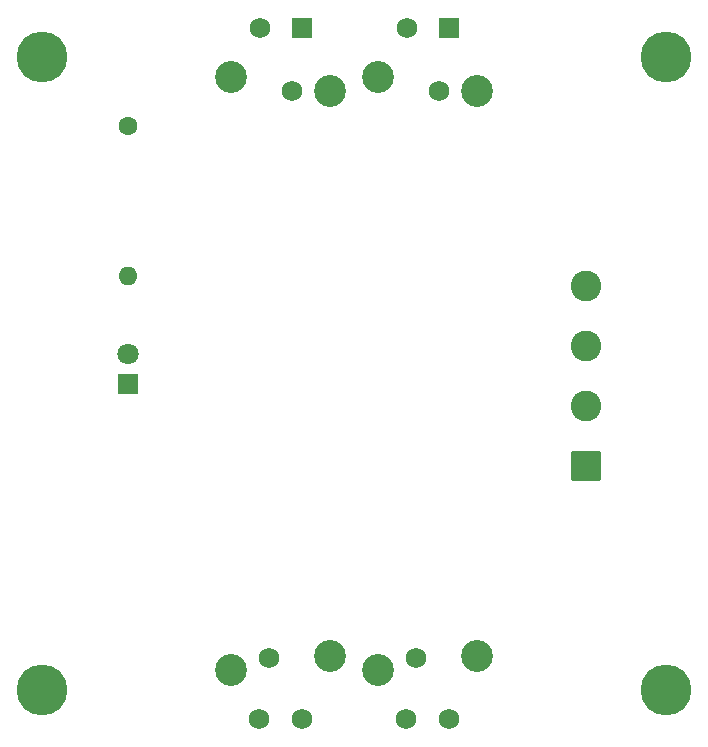
<source format=gbr>
%TF.GenerationSoftware,KiCad,Pcbnew,9.0.0*%
%TF.CreationDate,2025-03-25T22:24:14+01:00*%
%TF.ProjectId,LEDstripCtrl2.0,4c454473-7472-4697-9043-74726c322e30,rev?*%
%TF.SameCoordinates,Original*%
%TF.FileFunction,Soldermask,Top*%
%TF.FilePolarity,Negative*%
%FSLAX46Y46*%
G04 Gerber Fmt 4.6, Leading zero omitted, Abs format (unit mm)*
G04 Created by KiCad (PCBNEW 9.0.0) date 2025-03-25 22:24:14*
%MOMM*%
%LPD*%
G01*
G04 APERTURE LIST*
G04 Aperture macros list*
%AMRoundRect*
0 Rectangle with rounded corners*
0 $1 Rounding radius*
0 $2 $3 $4 $5 $6 $7 $8 $9 X,Y pos of 4 corners*
0 Add a 4 corners polygon primitive as box body*
4,1,4,$2,$3,$4,$5,$6,$7,$8,$9,$2,$3,0*
0 Add four circle primitives for the rounded corners*
1,1,$1+$1,$2,$3*
1,1,$1+$1,$4,$5*
1,1,$1+$1,$6,$7*
1,1,$1+$1,$8,$9*
0 Add four rect primitives between the rounded corners*
20,1,$1+$1,$2,$3,$4,$5,0*
20,1,$1+$1,$4,$5,$6,$7,0*
20,1,$1+$1,$6,$7,$8,$9,0*
20,1,$1+$1,$8,$9,$2,$3,0*%
G04 Aperture macros list end*
%ADD10C,4.300000*%
%ADD11R,1.750000X1.750000*%
%ADD12C,1.750000*%
%ADD13C,2.700000*%
%ADD14R,1.800000X1.800000*%
%ADD15C,1.800000*%
%ADD16RoundRect,0.250000X1.050000X-1.050000X1.050000X1.050000X-1.050000X1.050000X-1.050000X-1.050000X0*%
%ADD17C,2.600000*%
%ADD18C,1.600000*%
%ADD19O,1.600000X1.600000*%
G04 APERTURE END LIST*
D10*
%TO.C,REF\u002A\u002A*%
X175400000Y-123100000D03*
%TD*%
%TO.C,REF\u002A\u002A*%
X122600000Y-123100000D03*
%TD*%
%TO.C,REF\u002A\u002A*%
X122600000Y-69500000D03*
%TD*%
%TO.C,REF\u002A\u002A*%
X175400000Y-69500000D03*
%TD*%
D11*
%TO.C,RV1*%
X144550000Y-67050000D03*
D12*
X141050000Y-67050000D03*
X143770000Y-72430000D03*
X141810000Y-120430000D03*
X144550000Y-125550000D03*
X140953500Y-125550000D03*
D13*
X138600000Y-71200000D03*
X147000000Y-72400000D03*
X147000000Y-120200000D03*
X138600000Y-121400000D03*
%TD*%
D14*
%TO.C,D1*%
X129850000Y-97170000D03*
D15*
X129850000Y-94630000D03*
%TD*%
D16*
%TO.C,J1*%
X168672500Y-104170000D03*
D17*
X168672500Y-99090000D03*
X168672500Y-94010000D03*
X168672500Y-88930000D03*
%TD*%
D11*
%TO.C,RV2*%
X157000000Y-67050000D03*
D12*
X153500000Y-67050000D03*
X156220000Y-72430000D03*
X154260000Y-120430000D03*
X157000000Y-125550000D03*
X153403500Y-125550000D03*
D13*
X151050000Y-71200000D03*
X159450000Y-72400000D03*
X159450000Y-120200000D03*
X151050000Y-121400000D03*
%TD*%
D18*
%TO.C,R1*%
X129850000Y-75350000D03*
D19*
X129850000Y-88050000D03*
%TD*%
M02*

</source>
